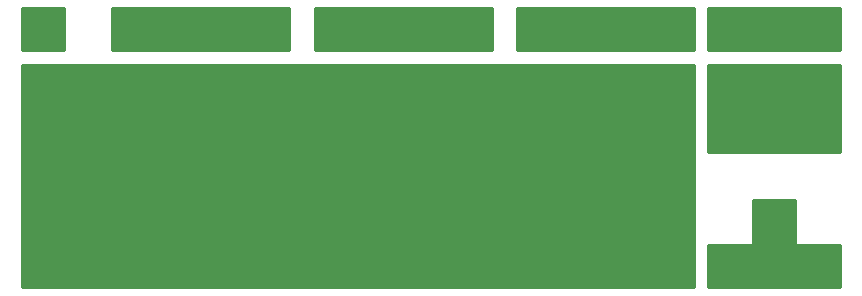
<source format=gbr>
G04 #@! TF.GenerationSoftware,KiCad,Pcbnew,(5.1.10-1-10_14)*
G04 #@! TF.CreationDate,2021-08-18T21:18:23-05:00*
G04 #@! TF.ProjectId,PCB-Keychains,5043422d-4b65-4796-9368-61696e732e6b,rev?*
G04 #@! TF.SameCoordinates,Original*
G04 #@! TF.FileFunction,Copper,L1,Top*
G04 #@! TF.FilePolarity,Positive*
%FSLAX46Y46*%
G04 Gerber Fmt 4.6, Leading zero omitted, Abs format (unit mm)*
G04 Created by KiCad (PCBNEW (5.1.10-1-10_14)) date 2021-08-18 21:18:23*
%MOMM*%
%LPD*%
G01*
G04 APERTURE LIST*
G04 #@! TA.AperFunction,NonConductor*
%ADD10C,0.254000*%
G04 #@! TD*
G04 #@! TA.AperFunction,NonConductor*
%ADD11C,0.100000*%
G04 #@! TD*
G04 APERTURE END LIST*
D10*
X80835500Y-158115000D02*
X80837940Y-158139776D01*
X80845167Y-158163601D01*
X80856903Y-158185557D01*
X80872697Y-158204803D01*
X80891943Y-158220597D01*
X80913899Y-158232333D01*
X80937724Y-158239560D01*
X80962500Y-158242000D01*
X84645500Y-158242000D01*
X84645500Y-161798000D01*
X73469500Y-161798000D01*
X73469500Y-158242000D01*
X77152500Y-158242000D01*
X77177276Y-158239560D01*
X77201101Y-158232333D01*
X77223057Y-158220597D01*
X77242303Y-158204803D01*
X77258097Y-158185557D01*
X77269833Y-158163601D01*
X77277060Y-158139776D01*
X77279500Y-158115000D01*
X77279500Y-154432000D01*
X80835500Y-154432000D01*
X80835500Y-158115000D01*
G04 #@! TA.AperFunction,NonConductor*
D11*
G36*
X80835500Y-158115000D02*
G01*
X80837940Y-158139776D01*
X80845167Y-158163601D01*
X80856903Y-158185557D01*
X80872697Y-158204803D01*
X80891943Y-158220597D01*
X80913899Y-158232333D01*
X80937724Y-158239560D01*
X80962500Y-158242000D01*
X84645500Y-158242000D01*
X84645500Y-161798000D01*
X73469500Y-161798000D01*
X73469500Y-158242000D01*
X77152500Y-158242000D01*
X77177276Y-158239560D01*
X77201101Y-158232333D01*
X77223057Y-158220597D01*
X77242303Y-158204803D01*
X77258097Y-158185557D01*
X77269833Y-158163601D01*
X77277060Y-158139776D01*
X77279500Y-158115000D01*
X77279500Y-154432000D01*
X80835500Y-154432000D01*
X80835500Y-158115000D01*
G37*
G04 #@! TD.AperFunction*
D10*
X37973000Y-141795500D02*
X22987000Y-141795500D01*
X22987000Y-138239500D01*
X37973000Y-138239500D01*
X37973000Y-141795500D01*
G04 #@! TA.AperFunction,NonConductor*
D11*
G36*
X37973000Y-141795500D02*
G01*
X22987000Y-141795500D01*
X22987000Y-138239500D01*
X37973000Y-138239500D01*
X37973000Y-141795500D01*
G37*
G04 #@! TD.AperFunction*
D10*
X18923000Y-141795500D02*
X15367000Y-141795500D01*
X15367000Y-138239500D01*
X18923000Y-138239500D01*
X18923000Y-141795500D01*
G04 #@! TA.AperFunction,NonConductor*
D11*
G36*
X18923000Y-141795500D02*
G01*
X15367000Y-141795500D01*
X15367000Y-138239500D01*
X18923000Y-138239500D01*
X18923000Y-141795500D01*
G37*
G04 #@! TD.AperFunction*
D10*
X55118000Y-141795500D02*
X40132000Y-141795500D01*
X40132000Y-138239500D01*
X55118000Y-138239500D01*
X55118000Y-141795500D01*
G04 #@! TA.AperFunction,NonConductor*
D11*
G36*
X55118000Y-141795500D02*
G01*
X40132000Y-141795500D01*
X40132000Y-138239500D01*
X55118000Y-138239500D01*
X55118000Y-141795500D01*
G37*
G04 #@! TD.AperFunction*
D10*
X72263000Y-141795500D02*
X57277000Y-141795500D01*
X57277000Y-138239500D01*
X72263000Y-138239500D01*
X72263000Y-141795500D01*
G04 #@! TA.AperFunction,NonConductor*
D11*
G36*
X72263000Y-141795500D02*
G01*
X57277000Y-141795500D01*
X57277000Y-138239500D01*
X72263000Y-138239500D01*
X72263000Y-141795500D01*
G37*
G04 #@! TD.AperFunction*
D10*
X84645500Y-141795500D02*
X73469500Y-141795500D01*
X73469500Y-138239500D01*
X84645500Y-138239500D01*
X84645500Y-141795500D01*
G04 #@! TA.AperFunction,NonConductor*
D11*
G36*
X84645500Y-141795500D02*
G01*
X73469500Y-141795500D01*
X73469500Y-138239500D01*
X84645500Y-138239500D01*
X84645500Y-141795500D01*
G37*
G04 #@! TD.AperFunction*
D10*
X84645500Y-150368000D02*
X73469500Y-150368000D01*
X73469500Y-143002000D01*
X84645500Y-143002000D01*
X84645500Y-150368000D01*
G04 #@! TA.AperFunction,NonConductor*
D11*
G36*
X84645500Y-150368000D02*
G01*
X73469500Y-150368000D01*
X73469500Y-143002000D01*
X84645500Y-143002000D01*
X84645500Y-150368000D01*
G37*
G04 #@! TD.AperFunction*
D10*
X72273000Y-161873000D02*
X15377000Y-161873000D01*
X15377000Y-143039500D01*
X72273000Y-143039500D01*
X72273000Y-161873000D01*
G04 #@! TA.AperFunction,NonConductor*
D11*
G36*
X72273000Y-161873000D02*
G01*
X15377000Y-161873000D01*
X15377000Y-143039500D01*
X72273000Y-143039500D01*
X72273000Y-161873000D01*
G37*
G04 #@! TD.AperFunction*
M02*

</source>
